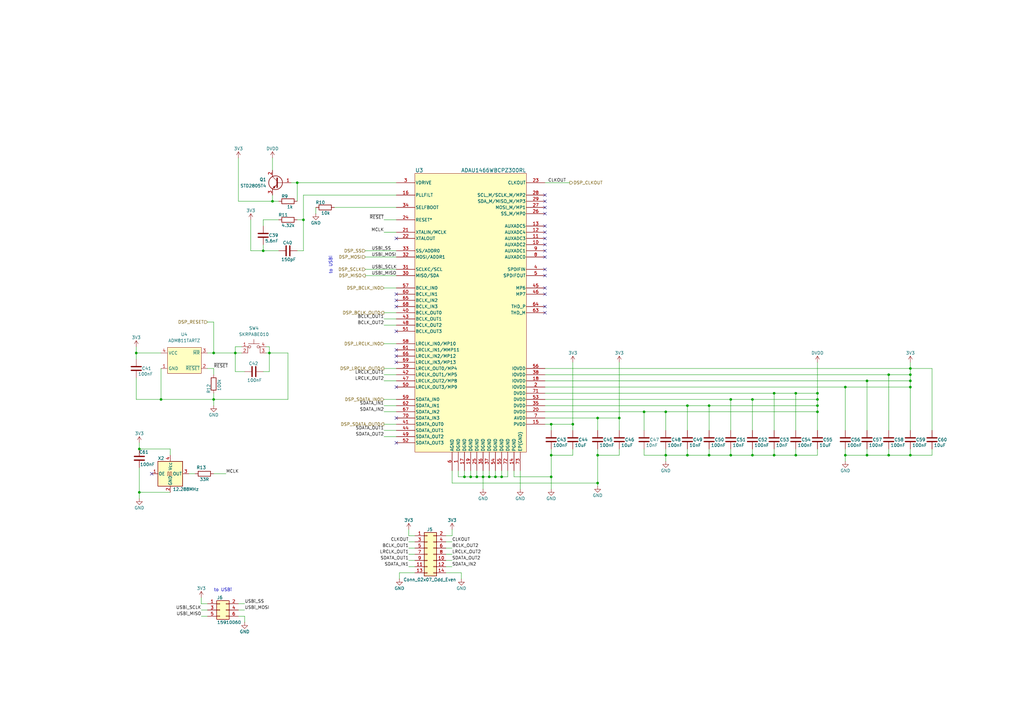
<source format=kicad_sch>
(kicad_sch (version 20250114) (generator "eeschema") (generator_version "9.0")
  (paper "A3")
  (lib_symbols
    (symbol "Connector_Generic:Conn_02x03_Odd_Even" (pin_names (offset 1.016) (hide yes))
      (property "Reference" "J" (at 1.27 5.08 0))
      (property "Value" "Conn_02x03_Odd_Even" (at 1.27 -5.08 0))
      (symbol "Conn_02x03_Odd_Even_1_1"
        (rectangle (start -1.27 3.81) (end 3.81 -3.81) (stroke (width 0.254)) (fill (type background)))
        (rectangle (start -1.27 2.667) (end 0 2.413) (stroke (width 0.1524)))
        (rectangle (start -1.27 0.127) (end 0 -0.127) (stroke (width 0.1524)))
        (rectangle (start -1.27 -2.413) (end 0 -2.667) (stroke (width 0.1524)))
        (rectangle (start 3.81 2.667) (end 2.54 2.413) (stroke (width 0.1524)))
        (rectangle (start 3.81 0.127) (end 2.54 -0.127) (stroke (width 0.1524)))
        (rectangle (start 3.81 -2.413) (end 2.54 -2.667) (stroke (width 0.1524)))
        (pin passive line (at -5.08 2.54 0) (length 3.81) (name "Pin_1") (number "1"))
        (pin passive line (at -5.08 0 0) (length 3.81) (name "Pin_3") (number "3"))
        (pin passive line (at -5.08 -2.54 0) (length 3.81) (name "Pin_5") (number "5"))
        (pin passive line (at 7.62 2.54 180) (length 3.81) (name "Pin_2") (number "2"))
        (pin passive line (at 7.62 0 180) (length 3.81) (name "Pin_4") (number "4"))
        (pin passive line (at 7.62 -2.54 180) (length 3.81) (name "Pin_6") (number "6"))
      )
    )
    (symbol "Connector_Generic:Conn_02x07_Odd_Even" (pin_names (offset 1.016) (hide yes))
      (property "Reference" "J" (at 1.27 10.16 0))
      (property "Value" "Conn_02x07_Odd_Even" (at 1.27 -10.16 0))
      (symbol "Conn_02x07_Odd_Even_1_1"
        (rectangle (start -1.27 8.89) (end 3.81 -8.89) (stroke (width 0.254)) (fill (type background)))
        (rectangle (start -1.27 7.747) (end 0 7.493) (stroke (width 0.1524)))
        (rectangle (start -1.27 5.207) (end 0 4.953) (stroke (width 0.1524)))
        (rectangle (start -1.27 2.667) (end 0 2.413) (stroke (width 0.1524)))
        (rectangle (start -1.27 0.127) (end 0 -0.127) (stroke (width 0.1524)))
        (rectangle (start -1.27 -2.413) (end 0 -2.667) (stroke (width 0.1524)))
        (rectangle (start -1.27 -4.953) (end 0 -5.207) (stroke (width 0.1524)))
        (rectangle (start -1.27 -7.493) (end 0 -7.747) (stroke (width 0.1524)))
        (rectangle (start 3.81 7.747) (end 2.54 7.493) (stroke (width 0.1524)))
        (rectangle (start 3.81 5.207) (end 2.54 4.953) (stroke (width 0.1524)))
        (rectangle (start 3.81 2.667) (end 2.54 2.413) (stroke (width 0.1524)))
        (rectangle (start 3.81 0.127) (end 2.54 -0.127) (stroke (width 0.1524)))
        (rectangle (start 3.81 -2.413) (end 2.54 -2.667) (stroke (width 0.1524)))
        (rectangle (start 3.81 -4.953) (end 2.54 -5.207) (stroke (width 0.1524)))
        (rectangle (start 3.81 -7.493) (end 2.54 -7.747) (stroke (width 0.1524)))
        (pin passive line (at -5.08 7.62 0) (length 3.81) (name "Pin_1") (number "1"))
        (pin passive line (at -5.08 5.08 0) (length 3.81) (name "Pin_3") (number "3"))
        (pin passive line (at -5.08 2.54 0) (length 3.81) (name "Pin_5") (number "5"))
        (pin passive line (at -5.08 0 0) (length 3.81) (name "Pin_7") (number "7"))
        (pin passive line (at -5.08 -2.54 0) (length 3.81) (name "Pin_9") (number "9"))
        (pin passive line (at -5.08 -5.08 0) (length 3.81) (name "Pin_11") (number "11"))
        (pin passive line (at -5.08 -7.62 0) (length 3.81) (name "Pin_13") (number "13"))
        (pin passive line (at 7.62 7.62 180) (length 3.81) (name "Pin_2") (number "2"))
        (pin passive line (at 7.62 5.08 180) (length 3.81) (name "Pin_4") (number "4"))
        (pin passive line (at 7.62 2.54 180) (length 3.81) (name "Pin_6") (number "6"))
        (pin passive line (at 7.62 0 180) (length 3.81) (name "Pin_8") (number "8"))
        (pin passive line (at 7.62 -2.54 180) (length 3.81) (name "Pin_10") (number "10"))
        (pin passive line (at 7.62 -5.08 180) (length 3.81) (name "Pin_12") (number "12"))
        (pin passive line (at 7.62 -7.62 180) (length 3.81) (name "Pin_14") (number "14"))
      )
    )
    (symbol "Device:C" (pin_numbers (hide yes)) (pin_names (offset 0.254))
      (property "Reference" "C" (at 0.635 2.54 0))
      (property "Value" "C" (at 0.635 -2.54 0))
      (symbol "C_0_1"
        (polyline (pts (xy -2.032 0.762) (xy 2.032 0.762)) (stroke (width 0.508)))
        (polyline (pts (xy -2.032 -0.762) (xy 2.032 -0.762)) (stroke (width 0.508)))
      )
      (symbol "C_1_1"
        (pin passive line (at 0 3.81 270) (length 2.794) (name "~") (number "1"))
        (pin passive line (at 0 -3.81 90) (length 2.794) (name "~") (number "2"))
      )
    )
    (symbol "Device:R" (pin_numbers (hide yes)) (pin_names (offset 0))
      (property "Reference" "R" (at 2.032 0 90))
      (property "Value" "R" (at 0 0 90))
      (symbol "R_0_1"
        (rectangle (start -1.016 -2.54) (end 1.016 2.54) (stroke (width 0.254)))
      )
      (symbol "R_1_1"
        (pin passive line (at 0 3.81 270) (length 1.27) (name "~") (number "1"))
        (pin passive line (at 0 -3.81 90) (length 1.27) (name "~") (number "2"))
      )
    )
    (symbol "My_Parts:ADAU1466WBCPZ300RL" (pin_names (offset 0.254))
      (property "Reference" "U" (at -23.114 66.294 0))
      (property "Value" "ADAU1466WBCPZ300RL" (at 8.128 66.548 0))
      (symbol "ADAU1466WBCPZ300RL_0_1"
        (pin unspecified line (at -31.75 25.4 0) (length 7.62) (name "SCLKC/SCL") (number "31"))
      )
      (symbol "ADAU1466WBCPZ300RL_1_1"
        (rectangle (start -24.13 64.77) (end 21.59 -49.53) (fill (type background)))
        (pin passive line (at -31.75 60.96 0) (length 7.62) (name "VDRIVE") (number "3"))
        (pin passive line (at -31.75 55.88 0) (length 7.62) (name "PLLFILT") (number "16"))
        (pin input line (at -31.75 50.8 0) (length 7.62) (name "SELFBOOT") (number "34"))
        (pin input line (at -31.75 45.72 0) (length 7.62) (name "RESET*") (number "24"))
        (pin input line (at -31.75 40.64 0) (length 7.62) (name "XTALIN/MCLK") (number "21"))
        (pin output line (at -31.75 38.1 0) (length 7.62) (name "XTALOUT") (number "22"))
        (pin input line (at -31.75 33.02 0) (length 7.62) (name "SS/ADDR0") (number "33"))
        (pin input line (at -31.75 30.48 0) (length 7.62) (name "MOSI/ADDR1") (number "32"))
        (pin bidirectional line (at -31.75 22.86 0) (length 7.62) (name "MISO/SDA") (number "30"))
        (pin input line (at -31.75 17.78 0) (length 7.62) (name "BCLK_IN0") (number "57"))
        (pin input line (at -31.75 15.24 0) (length 7.62) (name "BCLK_IN1") (number "60"))
        (pin input line (at -31.75 12.7 0) (length 7.62) (name "BCLK_IN2") (number "65"))
        (pin input line (at -31.75 10.16 0) (length 7.62) (name "BCLK_IN3") (number "68"))
        (pin output line (at -31.75 7.62 0) (length 7.62) (name "BCLK_OUT0") (number "40"))
        (pin output line (at -31.75 5.08 0) (length 7.62) (name "BCLK_OUT1") (number "43"))
        (pin output line (at -31.75 2.54 0) (length 7.62) (name "BCLK_OUT2") (number "48"))
        (pin output line (at -31.75 0 0) (length 7.62) (name "BCLK_OUT3") (number "51"))
        (pin input line (at -31.75 -5.08 0) (length 7.62) (name "LRCLK_IN0/MP10") (number "58"))
        (pin input line (at -31.75 -7.62 0) (length 7.62) (name "LRCLK_IN1/MMP11") (number "61"))
        (pin input line (at -31.75 -10.16 0) (length 7.62) (name "LRCLK_IN2/MP12") (number "66"))
        (pin input line (at -31.75 -12.7 0) (length 7.62) (name "LRCLK_IN3/MP13") (number "69"))
        (pin output line (at -31.75 -15.24 0) (length 7.62) (name "LRCLK_OUT0/MP4") (number "39"))
        (pin output line (at -31.75 -17.78 0) (length 7.62) (name "LRCLK_OUT1/MP5") (number "42"))
        (pin output line (at -31.75 -20.32 0) (length 7.62) (name "LRCLK_OUT2/MP8") (number "47"))
        (pin output line (at -31.75 -22.86 0) (length 7.62) (name "LRCLK_OUT3/MP9") (number "50"))
        (pin input line (at -31.75 -27.94 0) (length 7.62) (name "SDATA_IN0") (number "59"))
        (pin input line (at -31.75 -30.48 0) (length 7.62) (name "SDATA_IN1") (number "62"))
        (pin input line (at -31.75 -33.02 0) (length 7.62) (name "SDATA_IN2") (number "67"))
        (pin input line (at -31.75 -35.56 0) (length 7.62) (name "SDATA_IN3") (number "70"))
        (pin output line (at -31.75 -38.1 0) (length 7.62) (name "SDATA_OUT0") (number "41"))
        (pin output line (at -31.75 -40.64 0) (length 7.62) (name "SDATA_OUT1") (number "44"))
        (pin output line (at -31.75 -43.18 0) (length 7.62) (name "SDATA_OUT2") (number "49"))
        (pin output line (at -31.75 -45.72 0) (length 7.62) (name "SDATA_OUT3") (number "52"))
        (pin passive line (at -8.89 -57.15 90) (length 7.62) (name "AGND") (number "6"))
        (pin passive line (at -6.35 -57.15 90) (length 7.62) (name "DGND") (number "1"))
        (pin passive line (at -3.81 -57.15 90) (length 7.62) (name "DGND") (number "17"))
        (pin passive line (at -1.27 -57.15 90) (length 7.62) (name "DGND") (number "19"))
        (pin passive line (at 1.27 -57.15 90) (length 7.62) (name "DGND") (number "25"))
        (pin passive line (at 3.81 -57.15 90) (length 7.62) (name "DGND") (number "36"))
        (pin passive line (at 6.35 -57.15 90) (length 7.62) (name "DGND") (number "37"))
        (pin passive line (at 8.89 -57.15 90) (length 7.62) (name "DGND") (number "54"))
        (pin passive line (at 11.43 -57.15 90) (length 7.62) (name "DGND") (number "55"))
        (pin passive line (at 13.97 -57.15 90) (length 7.62) (name "DGND") (number "72"))
        (pin passive line (at 16.51 -57.15 90) (length 7.62) (name "PGND") (number "14"))
        (pin passive line (at 19.05 -57.15 90) (length 7.62) (name "EP(GND)") (number "73"))
        (pin output line (at 29.21 60.96 180) (length 7.62) (name "CLKOUT") (number "23"))
        (pin output line (at 29.21 55.88 180) (length 7.62) (name "SCL_M/SCLK_M/MP2") (number "28"))
        (pin bidirectional line (at 29.21 53.34 180) (length 7.62) (name "SDA_M/MISO_M/MP3") (number "29"))
        (pin bidirectional line (at 29.21 50.8 180) (length 7.62) (name "MOSI_M/MP1") (number "27"))
        (pin bidirectional line (at 29.21 48.26 180) (length 7.62) (name "SS_M/MP0") (number "26"))
        (pin input line (at 29.21 43.18 180) (length 7.62) (name "AUXADC5") (number "13"))
        (pin input line (at 29.21 40.64 180) (length 7.62) (name "AUXADC4") (number "12"))
        (pin input line (at 29.21 38.1 180) (length 7.62) (name "AUXADC3") (number "11"))
        (pin input line (at 29.21 35.56 180) (length 7.62) (name "AUXADC2") (number "10"))
        (pin input line (at 29.21 33.02 180) (length 7.62) (name "AUXADC1") (number "9"))
        (pin input line (at 29.21 30.48 180) (length 7.62) (name "AUXADC0") (number "8"))
        (pin input line (at 29.21 25.4 180) (length 7.62) (name "SPDIFIN") (number "4"))
        (pin output line (at 29.21 22.86 180) (length 7.62) (name "SPDIFOUT") (number "5"))
        (pin bidirectional line (at 29.21 17.78 180) (length 7.62) (name "MP6") (number "45"))
        (pin bidirectional line (at 29.21 15.24 180) (length 7.62) (name "MP7") (number "46"))
        (pin input line (at 29.21 10.16 180) (length 7.62) (name "THD_P") (number "64"))
        (pin input line (at 29.21 7.62 180) (length 7.62) (name "THD_M") (number "63"))
        (pin power_in line (at 29.21 -15.24 180) (length 7.62) (name "IOVDD") (number "56"))
        (pin power_in line (at 29.21 -17.78 180) (length 7.62) (name "IOVDD") (number "38"))
        (pin power_in line (at 29.21 -20.32 180) (length 7.62) (name "IOVDD") (number "18"))
        (pin power_in line (at 29.21 -22.86 180) (length 7.62) (name "IOVDD") (number "2"))
        (pin power_in line (at 29.21 -25.4 180) (length 7.62) (name "DVDD") (number "71"))
        (pin power_in line (at 29.21 -27.94 180) (length 7.62) (name "DVDD") (number "53"))
        (pin power_in line (at 29.21 -30.48 180) (length 7.62) (name "DVDD") (number "35"))
        (pin power_in line (at 29.21 -33.02 180) (length 7.62) (name "DVDD") (number "20"))
        (pin power_in line (at 29.21 -35.56 180) (length 7.62) (name "AVDD") (number "7"))
        (pin power_in line (at 29.21 -38.1 180) (length 7.62) (name "PVDD") (number "15"))
      )
    )
    (symbol "My_Parts:ADM811"
      (property "Reference" "U" (at -6.858 5.842 0))
      (property "Value" "ADM811TARTZ" (at -0.508 -6.858 0))
      (symbol "ADM811_1_1"
        (rectangle (start -7.493 4.826) (end 6.35 -5.842) (fill (type background)))
        (pin power_in line (at -10.16 2.54 0) (length 2.54) (name "VCC") (number "4"))
        (pin passive line (at -10.16 -3.81 0) (length 2.54) (name "GND") (number "1"))
        (pin input line (at 8.89 2.54 180) (length 2.54) (name "~{MR}") (number "3"))
        (pin output line (at 8.89 -3.81 180) (length 2.54) (name "~{RESET}") (number "2"))
      )
    )
    (symbol "Oscillator:SG-8002CE" (pin_names (offset 0.254))
      (property "Reference" "X1" (at -3.81 6.35 0))
      (property "Value" "SG-310SCF" (at 6.35 -6.35 0))
      (symbol "SG-8002CE_0_1"
        (rectangle (start -5.08 5.08) (end 5.08 -5.08) (stroke (width 0.254)) (fill (type background)))
        (polyline (pts (xy -1.27 -0.762) (xy -1.016 -0.762) (xy -1.016 0.762) (xy -0.508 0.762) (xy -0.508 -0.762) (xy 0 -0.762) (xy 0 0.762) (xy 0.508 0.762) (xy 0.508 -0.762) (xy 0.762 -0.762)))
      )
      (symbol "SG-8002CE_1_1"
        (pin input line (at -7.62 0 0) (length 2.54) (name "OE") (number "1"))
        (pin power_in line (at 0 7.62 270) (length 2.54) (name "Vcc") (number "4"))
        (pin passive line (at 0 -7.62 90) (length 2.54) (name "GND") (number "2"))
        (pin output line (at 7.62 0 180) (length 2.54) (name "OUT") (number "3"))
      )
    )
    (symbol "Switch:SW_MEC_5E" (pin_names (offset 1.016) (hide yes))
      (property "Reference" "SW" (at 0.635 5.715 0))
      (property "Value" "SW_MEC_5E" (at 0 -3.175 0))
      (symbol "SW_MEC_5E_0_1"
        (polyline (pts (xy -2.54 0) (xy -2.54 2.54) (xy -2.286 2.54)))
        (polyline (pts (xy -2.286 3.81) (xy 2.286 3.81)))
        (circle (center -1.778 2.54) (radius 0.508))
        (polyline (pts (xy 0 3.81) (xy 0 5.588)))
        (circle (center 1.778 2.54) (radius 0.508))
        (polyline (pts (xy 2.54 0) (xy 2.54 2.54) (xy 2.286 2.54)))
        (pin passive line (at -5.08 2.54 0) (length 2.54) (name "1") (number "1"))
        (pin passive line (at -5.08 0 0) (length 2.54) (name "2") (number "2"))
        (pin passive line (at 5.08 2.54 180) (length 2.54) (name "A") (number "4"))
        (pin passive line (at 5.08 0 180) (length 2.54) (name "K") (number "3"))
      )
    )
    (symbol "Transistor_BJT:Q_PNP_BCE" (pin_names (offset 0) (hide yes))
      (property "Reference" "Q" (at 5.08 1.27 0))
      (property "Value" "Q_PNP_BCE" (at 5.08 -1.27 0))
      (symbol "Q_PNP_BCE_0_1"
        (polyline (pts (xy -2.54 0) (xy 0.635 0)))
        (polyline (pts (xy 0.635 1.905) (xy 0.635 -1.905)) (stroke (width 0.508)))
        (polyline (pts (xy 0.635 0.635) (xy 2.54 2.54)))
        (polyline (pts (xy 0.635 -0.635) (xy 2.54 -2.54)))
        (circle (center 1.27 0) (radius 2.8194) (stroke (width 0.254)))
        (polyline (pts (xy 2.286 -1.778) (xy 1.778 -2.286) (xy 1.27 -1.27) (xy 2.286 -1.778)) (fill (type outline)))
      )
      (symbol "Q_PNP_BCE_1_1"
        (pin input line (at -5.08 0 0) (length 2.54) (name "B") (number "1"))
        (pin passive line (at 2.54 5.08 270) (length 2.54) (name "C") (number "2"))
        (pin passive line (at 2.54 -5.08 90) (length 2.54) (name "E") (number "3"))
      )
    )
    (symbol "power:GND" (power) (pin_numbers (hide yes)) (pin_names (offset 0) (hide yes))
      (property "Value" "GND" (at 0 -3.81 0))
      (symbol "GND_0_1"
        (polyline (pts (xy 0 0) (xy 0 -1.27) (xy 1.27 -1.27) (xy 0 -2.54) (xy -1.27 -1.27) (xy 0 -1.27)))
      )
      (symbol "GND_1_1"
        (pin power_in line (at 0 0 270) (length 0) (name "~") (number "1"))
      )
    )
    (symbol "power:VCC" (power) (pin_names (offset 0))
      (property "Value" "VCC" (at 0 3.81 0))
      (symbol "VCC_0_1"
        (polyline (pts (xy -0.762 1.27) (xy 0 2.54)))
        (polyline (pts (xy 0 2.54) (xy 0.762 1.27)))
        (polyline (pts (xy 0 0) (xy 0 2.54)))
      )
      (symbol "VCC_1_1"
        (pin power_in line (at 0 0 90) (length 0) (hide yes) (name "VCC") (number "1"))
      )
    )
  )
  (text "to USBi" (at 135.636 108.712 90) (effects (font (size 1.27 1.27))))
  (text "to USBi" (at 91.44 242.062 0) (effects (font (size 1.27 1.27))))
  (junction (at 66.04 163.83))
  (junction (at 200.66 195.58))
  (junction (at 195.58 195.58))
  (junction (at 326.39 161.29))
  (junction (at 198.12 195.58))
  (junction (at 299.72 186.69))
  (junction (at 273.05 186.69))
  (junction (at 373.38 158.75))
  (junction (at 346.71 186.69))
  (junction (at 245.11 171.45))
  (junction (at 308.61 163.83))
  (junction (at 234.95 173.99))
  (junction (at 373.38 186.69))
  (junction (at 205.74 195.58))
  (junction (at 96.52 144.78))
  (junction (at 111.76 82.55))
  (junction (at 364.49 186.69))
  (junction (at 281.94 186.69))
  (junction (at 335.28 163.83))
  (junction (at 264.16 168.91))
  (junction (at 326.39 186.69))
  (junction (at 87.63 144.78))
  (junction (at 317.5 186.69))
  (junction (at 226.06 195.58))
  (junction (at 355.6 186.69))
  (junction (at 346.71 158.75))
  (junction (at 55.88 144.78))
  (junction (at 57.15 201.93))
  (junction (at 308.61 186.69))
  (junction (at 226.06 186.69))
  (junction (at 373.38 151.13))
  (junction (at 190.5 195.58))
  (junction (at 107.95 102.87))
  (junction (at 193.04 195.58))
  (junction (at 124.46 90.17))
  (junction (at 203.2 195.58))
  (junction (at 87.63 163.83))
  (junction (at 57.15 184.15))
  (junction (at 245.11 198.12))
  (junction (at 335.28 166.37))
  (junction (at 355.6 156.21))
  (junction (at 299.72 163.83))
  (junction (at 373.38 156.21))
  (junction (at 121.92 74.93))
  (junction (at 317.5 161.29))
  (junction (at 254 171.45))
  (junction (at 290.83 166.37))
  (junction (at 335.28 168.91))
  (junction (at 281.94 166.37))
  (junction (at 335.28 161.29))
  (junction (at 110.49 144.78))
  (junction (at 373.38 153.67))
  (junction (at 364.49 153.67))
  (junction (at 290.83 186.69))
  (junction (at 245.11 186.69))
  (junction (at 226.06 173.99))
  (junction (at 273.05 168.91))
  (no_connect (at 162.56 143.51))
  (no_connect (at 223.52 113.03))
  (no_connect (at 223.52 102.87))
  (no_connect (at 223.52 100.33))
  (no_connect (at 223.52 128.27))
  (no_connect (at 162.56 146.05))
  (no_connect (at 223.52 92.71))
  (no_connect (at 223.52 87.63))
  (no_connect (at 223.52 118.11))
  (no_connect (at 162.56 181.61))
  (no_connect (at 223.52 97.79))
  (no_connect (at 162.56 158.75))
  (no_connect (at 223.52 125.73))
  (no_connect (at 162.56 135.89))
  (no_connect (at 162.56 148.59))
  (no_connect (at 223.52 82.55))
  (no_connect (at 162.56 97.79))
  (no_connect (at 223.52 85.09))
  (no_connect (at 162.56 123.19))
  (no_connect (at 162.56 171.45))
  (no_connect (at 223.52 80.01))
  (no_connect (at 62.23 194.31))
  (no_connect (at 223.52 110.49))
  (no_connect (at 223.52 105.41))
  (no_connect (at 162.56 120.65))
  (no_connect (at 162.56 125.73))
  (no_connect (at 223.52 120.65))
  (no_connect (at 223.52 95.25))
  (wire (pts (xy 157.48 166.37) (xy 162.56 166.37)))
  (wire (pts (xy 223.52 161.29) (xy 317.5 161.29)))
  (wire (pts (xy 245.11 186.69) (xy 245.11 198.12)))
  (wire (pts (xy 346.71 158.75) (xy 373.38 158.75)))
  (wire (pts (xy 355.6 156.21) (xy 355.6 176.53)))
  (wire (pts (xy 193.04 195.58) (xy 190.5 195.58)))
  (wire (pts (xy 114.3 82.55) (xy 111.76 82.55)))
  (wire (pts (xy 223.52 173.99) (xy 226.06 173.99)))
  (wire (pts (xy 107.95 152.4) (xy 110.49 152.4)))
  (wire (pts (xy 223.52 158.75) (xy 346.71 158.75)))
  (wire (pts (xy 208.28 195.58) (xy 205.74 195.58)))
  (wire (pts (xy 254 176.53) (xy 254 171.45)))
  (wire (pts (xy 111.76 82.55) (xy 97.79 82.55)))
  (wire (pts (xy 57.15 191.77) (xy 57.15 201.93)))
  (wire (pts (xy 203.2 195.58) (xy 200.66 195.58)))
  (wire (pts (xy 96.52 152.4) (xy 96.52 144.78)))
  (wire (pts (xy 77.47 194.31) (xy 80.01 194.31)))
  (wire (pts (xy 157.48 153.67) (xy 162.56 153.67)))
  (wire (pts (xy 213.36 193.04) (xy 213.36 200.66)))
  (wire (pts (xy 157.48 156.21) (xy 162.56 156.21)))
  (wire (pts (xy 149.86 110.49) (xy 162.56 110.49)))
  (wire (pts (xy 149.86 102.87) (xy 162.56 102.87)))
  (wire (pts (xy 110.49 144.78) (xy 109.22 144.78)))
  (wire (pts (xy 308.61 186.69) (xy 317.5 186.69)))
  (wire (pts (xy 335.28 161.29) (xy 335.28 163.83)))
  (wire (pts (xy 317.5 184.15) (xy 317.5 186.69)))
  (wire (pts (xy 110.49 142.24) (xy 110.49 144.78)))
  (wire (pts (xy 299.72 184.15) (xy 299.72 186.69)))
  (wire (pts (xy 226.06 186.69) (xy 226.06 195.58)))
  (wire (pts (xy 121.92 74.93) (xy 162.56 74.93)))
  (wire (pts (xy 373.38 153.67) (xy 373.38 156.21)))
  (wire (pts (xy 162.56 80.01) (xy 124.46 80.01)))
  (wire (pts (xy 245.11 171.45) (xy 254 171.45)))
  (wire (pts (xy 85.09 247.65) (xy 82.55 247.65)))
  (wire (pts (xy 234.95 176.53) (xy 234.95 173.99)))
  (wire (pts (xy 92.71 194.31) (xy 87.63 194.31)))
  (wire (pts (xy 118.11 163.83) (xy 87.63 163.83)))
  (wire (pts (xy 111.76 82.55) (xy 111.76 80.01)))
  (wire (pts (xy 364.49 153.67) (xy 373.38 153.67)))
  (wire (pts (xy 290.83 166.37) (xy 335.28 166.37)))
  (wire (pts (xy 157.48 118.11) (xy 162.56 118.11)))
  (wire (pts (xy 233.68 74.93) (xy 223.52 74.93)))
  (wire (pts (xy 157.48 130.81) (xy 162.56 130.81)))
  (wire (pts (xy 109.22 142.24) (xy 110.49 142.24)))
  (wire (pts (xy 200.66 195.58) (xy 198.12 195.58)))
  (wire (pts (xy 210.82 193.04) (xy 210.82 195.58)))
  (wire (pts (xy 382.27 151.13) (xy 373.38 151.13)))
  (wire (pts (xy 157.48 133.35) (xy 162.56 133.35)))
  (wire (pts (xy 100.33 247.65) (xy 97.79 247.65)))
  (wire (pts (xy 193.04 193.04) (xy 193.04 195.58)))
  (wire (pts (xy 326.39 161.29) (xy 317.5 161.29)))
  (wire (pts (xy 82.55 250.19) (xy 85.09 250.19)))
  (wire (pts (xy 182.88 234.95) (xy 189.23 234.95)))
  (wire (pts (xy 223.52 153.67) (xy 364.49 153.67)))
  (wire (pts (xy 234.95 173.99) (xy 226.06 173.99)))
  (wire (pts (xy 157.48 173.99) (xy 162.56 173.99)))
  (wire (pts (xy 100.33 252.73) (xy 100.33 255.27)))
  (wire (pts (xy 167.64 227.33) (xy 170.18 227.33)))
  (wire (pts (xy 373.38 186.69) (xy 364.49 186.69)))
  (wire (pts (xy 57.15 184.15) (xy 69.85 184.15)))
  (wire (pts (xy 198.12 195.58) (xy 198.12 200.66)))
  (wire (pts (xy 223.52 156.21) (xy 355.6 156.21)))
  (wire (pts (xy 226.06 195.58) (xy 226.06 200.66)))
  (wire (pts (xy 205.74 193.04) (xy 205.74 195.58)))
  (wire (pts (xy 355.6 186.69) (xy 346.71 186.69)))
  (wire (pts (xy 167.64 232.41) (xy 170.18 232.41)))
  (wire (pts (xy 273.05 184.15) (xy 273.05 186.69)))
  (wire (pts (xy 170.18 234.95) (xy 163.83 234.95)))
  (wire (pts (xy 124.46 102.87) (xy 124.46 90.17)))
  (wire (pts (xy 208.28 193.04) (xy 208.28 195.58)))
  (wire (pts (xy 373.38 151.13) (xy 373.38 153.67)))
  (wire (pts (xy 195.58 193.04) (xy 195.58 195.58)))
  (wire (pts (xy 198.12 195.58) (xy 195.58 195.58)))
  (wire (pts (xy 55.88 163.83) (xy 66.04 163.83)))
  (wire (pts (xy 335.28 148.59) (xy 335.28 161.29)))
  (wire (pts (xy 226.06 173.99) (xy 226.06 176.53)))
  (wire (pts (xy 167.64 224.79) (xy 170.18 224.79)))
  (wire (pts (xy 157.48 151.13) (xy 162.56 151.13)))
  (wire (pts (xy 119.38 74.93) (xy 121.92 74.93)))
  (wire (pts (xy 200.66 193.04) (xy 200.66 195.58)))
  (wire (pts (xy 326.39 161.29) (xy 326.39 176.53)))
  (wire (pts (xy 55.88 154.94) (xy 55.88 163.83)))
  (wire (pts (xy 223.52 168.91) (xy 264.16 168.91)))
  (wire (pts (xy 114.3 102.87) (xy 107.95 102.87)))
  (wire (pts (xy 254 186.69) (xy 245.11 186.69)))
  (wire (pts (xy 97.79 64.77) (xy 97.79 82.55)))
  (wire (pts (xy 264.16 184.15) (xy 264.16 186.69)))
  (wire (pts (xy 157.48 95.25) (xy 162.56 95.25)))
  (wire (pts (xy 373.38 148.59) (xy 373.38 151.13)))
  (wire (pts (xy 100.33 250.19) (xy 97.79 250.19)))
  (wire (pts (xy 373.38 156.21) (xy 373.38 158.75)))
  (wire (pts (xy 82.55 252.73) (xy 85.09 252.73)))
  (wire (pts (xy 149.86 113.03) (xy 162.56 113.03)))
  (wire (pts (xy 157.48 179.07) (xy 162.56 179.07)))
  (wire (pts (xy 163.83 234.95) (xy 163.83 237.49)))
  (wire (pts (xy 66.04 151.13) (xy 66.04 163.83)))
  (wire (pts (xy 205.74 195.58) (xy 203.2 195.58)))
  (wire (pts (xy 203.2 193.04) (xy 203.2 195.58)))
  (wire (pts (xy 100.33 152.4) (xy 96.52 152.4)))
  (wire (pts (xy 185.42 229.87) (xy 182.88 229.87)))
  (wire (pts (xy 223.52 163.83) (xy 299.72 163.83)))
  (wire (pts (xy 254 184.15) (xy 254 186.69)))
  (wire (pts (xy 273.05 186.69) (xy 264.16 186.69)))
  (wire (pts (xy 317.5 186.69) (xy 326.39 186.69)))
  (wire (pts (xy 273.05 168.91) (xy 335.28 168.91)))
  (wire (pts (xy 346.71 186.69) (xy 346.71 189.23)))
  (wire (pts (xy 157.48 90.17) (xy 162.56 90.17)))
  (wire (pts (xy 234.95 148.59) (xy 234.95 173.99)))
  (wire (pts (xy 364.49 153.67) (xy 364.49 176.53)))
  (wire (pts (xy 118.11 144.78) (xy 110.49 144.78)))
  (wire (pts (xy 281.94 166.37) (xy 281.94 176.53)))
  (wire (pts (xy 99.06 142.24) (xy 96.52 142.24)))
  (wire (pts (xy 308.61 163.83) (xy 299.72 163.83)))
  (wire (pts (xy 87.63 161.29) (xy 87.63 163.83)))
  (wire (pts (xy 364.49 184.15) (xy 364.49 186.69)))
  (wire (pts (xy 245.11 198.12) (xy 245.11 199.39)))
  (wire (pts (xy 111.76 64.77) (xy 111.76 69.85)))
  (wire (pts (xy 66.04 144.78) (xy 55.88 144.78)))
  (wire (pts (xy 87.63 144.78) (xy 96.52 144.78)))
  (wire (pts (xy 185.42 224.79) (xy 182.88 224.79)))
  (wire (pts (xy 185.42 232.41) (xy 182.88 232.41)))
  (wire (pts (xy 245.11 171.45) (xy 245.11 176.53)))
  (wire (pts (xy 281.94 186.69) (xy 290.83 186.69)))
  (wire (pts (xy 57.15 201.93) (xy 69.85 201.93)))
  (wire (pts (xy 326.39 161.29) (xy 335.28 161.29)))
  (wire (pts (xy 170.18 219.71) (xy 167.64 219.71)))
  (wire (pts (xy 85.09 151.13) (xy 87.63 151.13)))
  (wire (pts (xy 335.28 166.37) (xy 335.28 168.91)))
  (wire (pts (xy 290.83 184.15) (xy 290.83 186.69)))
  (wire (pts (xy 290.83 186.69) (xy 299.72 186.69)))
  (wire (pts (xy 281.94 184.15) (xy 281.94 186.69)))
  (wire (pts (xy 245.11 184.15) (xy 245.11 186.69)))
  (wire (pts (xy 254 148.59) (xy 254 171.45)))
  (wire (pts (xy 290.83 176.53) (xy 290.83 166.37)))
  (wire (pts (xy 157.48 168.91) (xy 162.56 168.91)))
  (wire (pts (xy 87.63 144.78) (xy 87.63 132.08)))
  (wire (pts (xy 157.48 140.97) (xy 162.56 140.97)))
  (wire (pts (xy 299.72 186.69) (xy 308.61 186.69)))
  (wire (pts (xy 190.5 195.58) (xy 187.96 195.58)))
  (wire (pts (xy 96.52 144.78) (xy 99.06 144.78)))
  (wire (pts (xy 382.27 186.69) (xy 373.38 186.69)))
  (wire (pts (xy 308.61 163.83) (xy 308.61 176.53)))
  (wire (pts (xy 335.28 184.15) (xy 335.28 186.69)))
  (wire (pts (xy 97.79 252.73) (xy 100.33 252.73)))
  (wire (pts (xy 107.95 102.87) (xy 107.95 100.33)))
  (wire (pts (xy 69.85 184.15) (xy 69.85 186.69)))
  (wire (pts (xy 96.52 142.24) (xy 96.52 144.78)))
  (wire (pts (xy 273.05 186.69) (xy 281.94 186.69)))
  (wire (pts (xy 373.38 184.15) (xy 373.38 186.69)))
  (wire (pts (xy 290.83 166.37) (xy 281.94 166.37)))
  (wire (pts (xy 226.06 184.15) (xy 226.06 186.69)))
  (wire (pts (xy 121.92 102.87) (xy 124.46 102.87)))
  (wire (pts (xy 157.48 176.53) (xy 162.56 176.53)))
  (wire (pts (xy 273.05 168.91) (xy 264.16 168.91)))
  (wire (pts (xy 157.48 128.27) (xy 162.56 128.27)))
  (wire (pts (xy 346.71 184.15) (xy 346.71 186.69)))
  (wire (pts (xy 185.42 219.71) (xy 185.42 217.17)))
  (wire (pts (xy 87.63 163.83) (xy 87.63 166.37)))
  (wire (pts (xy 82.55 247.65) (xy 82.55 245.11)))
  (wire (pts (xy 129.54 85.09) (xy 129.54 87.63)))
  (wire (pts (xy 137.16 85.09) (xy 162.56 85.09)))
  (wire (pts (xy 223.52 151.13) (xy 373.38 151.13)))
  (wire (pts (xy 245.11 198.12) (xy 185.42 198.12)))
  (wire (pts (xy 87.63 151.13) (xy 87.63 153.67)))
  (wire (pts (xy 308.61 163.83) (xy 335.28 163.83)))
  (wire (pts (xy 102.87 90.17) (xy 102.87 102.87)))
  (wire (pts (xy 189.23 234.95) (xy 189.23 237.49)))
  (wire (pts (xy 102.87 102.87) (xy 107.95 102.87)))
  (wire (pts (xy 185.42 198.12) (xy 185.42 193.04)))
  (wire (pts (xy 234.95 184.15) (xy 234.95 186.69)))
  (wire (pts (xy 182.88 219.71) (xy 185.42 219.71)))
  (wire (pts (xy 299.72 163.83) (xy 299.72 176.53)))
  (wire (pts (xy 195.58 195.58) (xy 193.04 195.58)))
  (wire (pts (xy 317.5 161.29) (xy 317.5 176.53)))
  (wire (pts (xy 167.64 219.71) (xy 167.64 217.17)))
  (wire (pts (xy 308.61 184.15) (xy 308.61 186.69)))
  (wire (pts (xy 55.88 144.78) (xy 55.88 147.32)))
  (wire (pts (xy 364.49 186.69) (xy 355.6 186.69)))
  (wire (pts (xy 326.39 186.69) (xy 335.28 186.69)))
  (wire (pts (xy 355.6 184.15) (xy 355.6 186.69)))
  (wire (pts (xy 167.64 229.87) (xy 170.18 229.87)))
  (wire (pts (xy 114.3 90.17) (xy 107.95 90.17)))
  (wire (pts (xy 187.96 193.04) (xy 187.96 195.58)))
  (wire (pts (xy 234.95 186.69) (xy 226.06 186.69)))
  (wire (pts (xy 66.04 163.83) (xy 87.63 163.83)))
  (wire (pts (xy 85.09 144.78) (xy 87.63 144.78)))
  (wire (pts (xy 373.38 158.75) (xy 373.38 176.53)))
  (wire (pts (xy 223.52 171.45) (xy 245.11 171.45)))
  (wire (pts (xy 118.11 144.78) (xy 118.11 163.83)))
  (wire (pts (xy 157.48 163.83) (xy 162.56 163.83)))
  (wire (pts (xy 264.16 168.91) (xy 264.16 176.53)))
  (wire (pts (xy 57.15 201.93) (xy 57.15 204.47)))
  (wire (pts (xy 355.6 156.21) (xy 373.38 156.21)))
  (wire (pts (xy 198.12 193.04) (xy 198.12 195.58)))
  (wire (pts (xy 110.49 152.4) (xy 110.49 144.78)))
  (wire (pts (xy 167.64 222.25) (xy 170.18 222.25)))
  (wire (pts (xy 107.95 90.17) (xy 107.95 92.71)))
  (wire (pts (xy 210.82 195.58) (xy 226.06 195.58)))
  (wire (pts (xy 335.28 168.91) (xy 335.28 176.53)))
  (wire (pts (xy 223.52 166.37) (xy 281.94 166.37)))
  (wire (pts (xy 124.46 80.01) (xy 124.46 90.17)))
  (wire (pts (xy 382.27 184.15) (xy 382.27 186.69)))
  (wire (pts (xy 85.09 132.08) (xy 87.63 132.08)))
  (wire (pts (xy 124.46 90.17) (xy 121.92 90.17)))
  (wire (pts (xy 185.42 227.33) (xy 182.88 227.33)))
  (wire (pts (xy 273.05 186.69) (xy 273.05 189.23)))
  (wire (pts (xy 346.71 158.75) (xy 346.71 176.53)))
  (wire (pts (xy 55.88 142.24) (xy 55.88 144.78)))
  (wire (pts (xy 273.05 176.53) (xy 273.05 168.91)))
  (wire (pts (xy 382.27 176.53) (xy 382.27 151.13)))
  (wire (pts (xy 149.86 105.41) (xy 162.56 105.41)))
  (wire (pts (xy 326.39 184.15) (xy 326.39 186.69)))
  (wire (pts (xy 190.5 193.04) (xy 190.5 195.58)))
  (wire (pts (xy 335.28 163.83) (xy 335.28 166.37)))
  (wire (pts (xy 182.88 222.25) (xy 185.42 222.25)))
  (wire (pts (xy 121.92 74.93) (xy 121.92 82.55)))
  (wire (pts (xy 57.15 181.61) (xy 57.15 184.15)))
  (label "SDATA_OUT1" (at 167.64 229.87 180))
  (label "LRCLK_OUT2" (at 157.48 156.21 180))
  (label "USBi_SCLK" (at 82.55 250.19 180))
  (label "LRCLK_OUT2" (at 185.42 227.33 0))
  (label "~{RESET}" (at 157.48 90.17 180))
  (label "CLKOUT" (at 167.64 222.25 180))
  (label "SDATA_IN1" (at 157.48 166.37 180))
  (label "USBi_MISO" (at 82.55 252.73 180))
  (label "BCLK_OUT2" (at 185.42 224.79 0))
  (label "SDATA_IN2" (at 157.48 168.91 180))
  (label "MCLK" (at 92.71 194.31 0))
  (label "SDATA_IN1" (at 167.64 232.41 180))
  (label "LRCLK_OUT1" (at 157.48 153.67 180))
  (label "USBi_SS" (at 100.33 247.65 0))
  (label "BCLK_OUT1" (at 157.48 130.81 180))
  (label "SDATA_OUT2" (at 157.48 179.07 180))
  (label "SDATA_IN2" (at 185.42 232.41 0))
  (label "USBi_MOSI" (at 152.4 105.41 0))
  (label "USBi_MOSI" (at 100.33 250.19 0))
  (label "BCLK_OUT1" (at 167.64 224.79 180))
  (label "SDATA_OUT1" (at 157.48 176.53 180))
  (label "USBi_SCLK" (at 152.4 110.49 0))
  (label "SDATA_OUT2" (at 185.42 229.87 0))
  (label "~{RESET}" (at 87.63 151.13 0))
  (label "BCLK_OUT2" (at 157.48 133.35 180))
  (label "USBi_SS" (at 152.4 102.87 0))
  (label "CLKOUT" (at 224.79 74.93 0))
  (label "CLKOUT" (at 185.42 222.25 0))
  (label "USBi_MISO" (at 152.4 113.03 0))
  (label "LRCLK_OUT1" (at 167.64 227.33 180))
  (label "MCLK" (at 157.48 95.25 180))
  (hierarchical_label "DSP_BCLK_OUT0" (shape output) (at 157.48 128.27 180))
  (hierarchical_label "DSP_SS" (shape input) (at 149.86 102.87 180))
  (hierarchical_label "DSP_CLKOUT" (shape output) (at 233.68 74.93 0))
  (hierarchical_label "DSP_MOSI" (shape input) (at 149.86 105.41 180))
  (hierarchical_label "DSP_SCLK" (shape input) (at 149.86 110.49 180))
  (hierarchical_label "DSP_LRCLK_IN0" (shape input) (at 157.48 140.97 180))
  (hierarchical_label "DSP_BCLK_IN0" (shape input) (at 157.48 118.11 180))
  (hierarchical_label "DSP_SDATA_OUT0" (shape output) (at 157.48 173.99 180))
  (hierarchical_label "DSP_LRCLK_OUT0" (shape output) (at 157.48 151.13 180))
  (hierarchical_label "DSP_SDATA_IN0" (shape input) (at 157.48 163.83 180))
  (hierarchical_label "DSP_RESET" (shape input) (at 85.09 132.08 180))
  (hierarchical_label "DSP_MISO" (shape output) (at 149.86 113.03 180))
  (symbol (lib_id "power:GND") (at 273.05 189.23 0) (unit 1)
    (property "Reference" "#PWR061" (effects (hide yes)))
    (property "Value" "GND" (at 273.05 193.04 0))
    (property "Description" "Power symbol creates a global label with name \"GND\" , ground" (effects (hide yes)))
  )
  (symbol (lib_id "power:VCC") (at 111.76 64.77 0) (unit 1)
    (property "Reference" "#PWR051" (effects (hide yes)))
    (property "Value" "DVDD" (at 111.76 60.96 0))
  )
  (symbol (lib_id "Connector_Generic:Conn_02x03_Odd_Even") (at 90.17 250.19 0) (unit 1)
    (property "Reference" "J6" (at 90.17 245.11 0))
    (property "Value" "15910060" (at 93.98 255.27 0))
    (property "Footprint" "Connector_PinHeader_2.54mm:PinHeader_2x03_P2.54mm_Vertical" (effects (hide yes)))
  )
  (symbol (lib_id "Device:C") (at 281.94 180.34 0) (unit 1)
    (property "Reference" "C49" (at 284.226 180.34 0) (effects (justify left)))
    (property "Value" "10nF" (at 282.702 182.626 0) (effects (justify left)))
    (property "Footprint" "Capacitor_SMD:C_0201_0603Metric" (effects (hide yes)))
    (property "Description" "Unpolarized capacitor" (effects (hide yes)))
  )
  (symbol (lib_id "Device:C") (at 373.38 180.34 0) (unit 1)
    (property "Reference" "C59" (at 375.666 180.34 0) (effects (justify left)))
    (property "Value" "100nF" (at 374.142 182.626 0) (effects (justify left)))
    (property "Footprint" "Capacitor_SMD:C_0201_0603Metric" (effects (hide yes)))
    (property "Description" "Unpolarized capacitor" (effects (hide yes)))
  )
  (symbol (lib_id "My_Parts:ADM811") (at 76.2 147.32 0) (unit 1)
    (property "Reference" "U4" (at 75.565 137.16 0))
    (property "Value" "ADM811TARTZ" (at 75.565 139.7 0))
    (property "Footprint" "Package_TO_SOT_SMD:SOT-143" (effects (hide yes)))
  )
  (symbol (lib_id "power:VCC") (at 97.79 64.77 0) (unit 1)
    (property "Reference" "#PWR050" (effects (hide yes)))
    (property "Value" "3V3" (at 97.79 60.96 0))
  )
  (symbol (lib_id "power:VCC") (at 254 148.59 0) (unit 1)
    (property "Reference" "#PWR056" (effects (hide yes)))
    (property "Value" "3V3" (at 254 144.78 0))
  )
  (symbol (lib_id "Device:R") (at 87.63 157.48 180) (unit 1)
    (property "Reference" "R12" (at 85.598 157.48 90) (effects (justify left)))
    (property "Value" "100k" (at 89.916 155.448 90) (effects (justify left)))
    (property "Footprint" "Resistor_SMD:R_0201_0603Metric" (effects (hide yes)))
    (property "Description" "Resistor" (effects (hide yes)))
  )
  (symbol (lib_id "Device:C") (at 245.11 180.34 0) (unit 1)
    (property "Reference" "C45" (at 247.396 180.34 0) (effects (justify left)))
    (property "Value" "100nF" (at 245.872 182.626 0) (effects (justify left)))
    (property "Footprint" "Capacitor_SMD:C_0201_0603Metric" (effects (hide yes)))
    (property "Description" "Unpolarized capacitor" (effects (hide yes)))
  )
  (symbol (lib_id "power:VCC") (at 185.42 217.17 0) (mirror y) (unit 1)
    (property "Reference" "#PWR069" (effects (hide yes)))
    (property "Value" "3V3" (at 185.42 213.36 0))
  )
  (symbol (lib_id "Device:C") (at 57.15 187.96 180) (unit 1)
    (property "Reference" "C61" (at 60.96 185.42 0) (effects (justify left)))
    (property "Value" "100nF" (at 63.5 190.5 0) (effects (justify left)))
    (property "Footprint" "Capacitor_SMD:C_0402_1005Metric" (effects (hide yes)))
  )
  (symbol (lib_id "Device:C") (at 273.05 180.34 0) (unit 1)
    (property "Reference" "C48" (at 275.336 180.34 0) (effects (justify left)))
    (property "Value" "100nF" (at 273.812 182.626 0) (effects (justify left)))
    (property "Footprint" "Capacitor_SMD:C_0201_0603Metric" (effects (hide yes)))
    (property "Description" "Unpolarized capacitor" (effects (hide yes)))
  )
  (symbol (lib_id "Connector_Generic:Conn_02x07_Odd_Even") (at 175.26 227.33 0) (unit 1)
    (property "Reference" "J5" (at 176.276 217.17 0))
    (property "Value" "Conn_02x07_Odd_Even" (at 176.276 237.744 0))
    (property "Footprint" "Connector_PinHeader_2.54mm:PinHeader_2x07_P2.54mm_Vertical" (effects (hide yes)))
    (property "Description" "Generic connector, double row, 02x07, odd/even pin numbering scheme (row 1 odd numbers, row 2 even numbers), script generated (kicad-library-utils/schlib/autogen/connector/)" (effects (hide yes)))
  )
  (symbol (lib_id "power:VCC") (at 55.88 142.24 0) (unit 1)
    (property "Reference" "#PWR054" (effects (hide yes)))
    (property "Value" "3V3" (at 55.88 138.43 0))
  )
  (symbol (lib_id "Device:C") (at 104.14 152.4 90) (unit 1)
    (property "Reference" "C42" (at 105.918 149.098 90) (effects (justify left)))
    (property "Value" "100nF" (at 107.442 155.956 90) (effects (justify left)))
    (property "Footprint" "Capacitor_SMD:C_0201_0603Metric" (effects (hide yes)))
    (property "Description" "Unpolarized capacitor" (effects (hide yes)))
  )
  (symbol (lib_id "Device:C") (at 234.95 180.34 0) (unit 1)
    (property "Reference" "C44" (at 237.236 180.34 0) (effects (justify left)))
    (property "Value" "10uF" (at 235.712 182.626 0) (effects (justify left)))
    (property "Footprint" "Capacitor_SMD:C_0402_1005Metric" (effects (hide yes)))
    (property "Description" "Unpolarized capacitor" (effects (hide yes)))
  )
  (symbol (lib_id "power:GND") (at 226.06 200.66 0) (unit 1)
    (property "Reference" "#PWR066" (effects (hide yes)))
    (property "Value" "GND" (at 226.06 204.47 0))
    (property "Description" "Power symbol creates a global label with name \"GND\" , ground" (effects (hide yes)))
  )
  (symbol (lib_id "My_Parts:ADAU1466WBCPZ300RL") (at 194.31 135.89 0) (unit 1)
    (property "Reference" "U3" (at 171.958 69.85 0) (effects (font (size 1.524 1.524))))
    (property "Value" "ADAU1466WBCPZ300RL" (at 202.438 69.85 0) (effects (font (size 1.524 1.524))))
    (property "Footprint" "My_Parts:CP_72_6_ADI" (effects (hide yes)))
    (property "Datasheet" "ADAU1466WBCPZ300RL" (effects (hide yes)))
  )
  (symbol (lib_id "power:GND") (at 57.15 204.47 0) (unit 1)
    (property "Reference" "#PWR067" (effects (hide yes)))
    (property "Value" "GND" (at 57.15 208.28 0))
  )
  (symbol (lib_id "power:VCC") (at 57.15 181.61 0) (unit 1)
    (property "Reference" "#PWR060" (effects (hide yes)))
    (property "Value" "3V3" (at 57.15 177.8 0))
  )
  (symbol (lib_id "power:VCC") (at 167.64 217.17 0) (unit 1)
    (property "Reference" "#PWR068" (effects (hide yes)))
    (property "Value" "3V3" (at 167.64 213.36 0))
  )
  (symbol (lib_id "Device:C") (at 346.71 180.34 0) (unit 1)
    (property "Reference" "C56" (at 348.996 180.34 0) (effects (justify left)))
    (property "Value" "100nF" (at 347.472 182.626 0) (effects (justify left)))
    (property "Footprint" "Capacitor_SMD:C_0201_0603Metric" (effects (hide yes)))
    (property "Description" "Unpolarized capacitor" (effects (hide yes)))
  )
  (symbol (lib_id "Switch:SW_MEC_5E") (at 104.14 144.78 0) (unit 1)
    (property "Reference" "SW4" (at 104.14 134.62 0))
    (property "Value" "SKRPABE010" (at 104.14 137.16 0))
    (property "Footprint" "My_Parts:SKRPABE010" (effects (hide yes)))
    (property "Datasheet" "http://www.apem.com/int/index.php?controller=attachment&id_attachment=1371" (effects (hide yes)))
  )
  (symbol (lib_id "Device:C") (at 254 180.34 0) (unit 1)
    (property "Reference" "C46" (at 256.286 180.34 0) (effects (justify left)))
    (property "Value" "10uF" (at 254.762 182.626 0) (effects (justify left)))
    (property "Footprint" "Capacitor_SMD:C_0402_1005Metric" (effects (hide yes)))
    (property "Description" "Unpolarized capacitor" (effects (hide yes)))
  )
  (symbol (lib_id "Device:C") (at 226.06 180.34 0) (unit 1)
    (property "Reference" "C43" (at 228.346 180.34 0) (effects (justify left)))
    (property "Value" "100nF" (at 226.822 182.626 0) (effects (justify left)))
    (property "Footprint" "Capacitor_SMD:C_0201_0603Metric" (effects (hide yes)))
    (property "Description" "Unpolarized capacitor" (effects (hide yes)))
  )
  (symbol (lib_id "Device:C") (at 299.72 180.34 0) (unit 1)
    (property "Reference" "C51" (at 302.006 180.34 0) (effects (justify left)))
    (property "Value" "10nF" (at 300.482 182.626 0) (effects (justify left)))
    (property "Footprint" "Capacitor_SMD:C_0201_0603Metric" (effects (hide yes)))
    (property "Description" "Unpolarized capacitor" (effects (hide yes)))
  )
  (symbol (lib_id "power:GND") (at 245.11 199.39 0) (unit 1)
    (property "Reference" "#PWR063" (effects (hide yes)))
    (property "Value" "GND" (at 245.11 203.2 0))
    (property "Description" "Power symbol creates a global label with name \"GND\" , ground" (effects (hide yes)))
  )
  (symbol (lib_id "Device:C") (at 107.95 96.52 0) (unit 1)
    (property "Reference" "C39" (at 110.236 96.52 0) (effects (justify left)))
    (property "Value" "5.6nF" (at 108.712 98.806 0) (effects (justify left)))
    (property "Footprint" "Capacitor_SMD:C_0201_0603Metric" (effects (hide yes)))
    (property "Description" "Unpolarized capacitor" (effects (hide yes)))
  )
  (symbol (lib_id "power:VCC") (at 102.87 90.17 0) (unit 1)
    (property "Reference" "#PWR053" (effects (hide yes)))
    (property "Value" "3V3" (at 102.87 86.36 0))
  )
  (symbol (lib_id "power:GND") (at 87.63 166.37 0) (unit 1)
    (property "Reference" "#PWR059" (effects (hide yes)))
    (property "Value" "GND" (at 87.63 170.18 0))
    (property "Description" "Power symbol creates a global label with name \"GND\" , ground" (effects (hide yes)))
  )
  (symbol (lib_id "Device:C") (at 308.61 180.34 0) (unit 1)
    (property "Reference" "C52" (at 310.896 180.34 0) (effects (justify left)))
    (property "Value" "100nF" (at 309.372 182.626 0) (effects (justify left)))
    (property "Footprint" "Capacitor_SMD:C_0201_0603Metric" (effects (hide yes)))
    (property "Description" "Unpolarized capacitor" (effects (hide yes)))
  )
  (symbol (lib_id "Oscillator:SG-8002CE") (at 69.85 194.31 0) (unit 1)
    (property "Reference" "X2" (at 66.04 187.96 0))
    (property "Value" "12.288MHz" (at 76.2 200.66 0))
    (property "Footprint" "Oscillator:Oscillator_SMD_SeikoEpson_SG210-4Pin_2.5x2.0mm" (effects (hide yes)))
    (property "Datasheet" "https://support.epson.biz/td/api/doc_check.php?mode=dl&lang=en&Parts=SG-8002DC" (effects (hide yes)))
  )
  (symbol (lib_id "Device:C") (at 317.5 180.34 0) (unit 1)
    (property "Reference" "C53" (at 319.786 180.34 0) (effects (justify left)))
    (property "Value" "10nF" (at 318.262 182.626 0) (effects (justify left)))
    (property "Footprint" "Capacitor_SMD:C_0201_0603Metric" (effects (hide yes)))
    (property "Description" "Unpolarized capacitor" (effects (hide yes)))
  )
  (symbol (lib_id "Device:R") (at 83.82 194.31 90) (unit 1)
    (property "Reference" "R13" (at 82.55 191.77 90))
    (property "Value" "33R" (at 83.82 196.596 90))
    (property "Footprint" "Resistor_SMD:R_0201_0603Metric" (effects (hide yes)))
  )
  (symbol (lib_id "power:VCC") (at 335.28 148.59 0) (unit 1)
    (property "Reference" "#PWR057" (effects (hide yes)))
    (property "Value" "DVDD" (at 335.28 144.78 0))
  )
  (symbol (lib_id "Device:C") (at 364.49 180.34 0) (unit 1)
    (property "Reference" "C58" (at 366.776 180.34 0) (effects (justify left)))
    (property "Value" "100nF" (at 365.252 182.626 0) (effects (justify left)))
    (property "Footprint" "Capacitor_SMD:C_0201_0603Metric" (effects (hide yes)))
    (property "Description" "Unpolarized capacitor" (effects (hide yes)))
  )
  (symbol (lib_id "power:GND") (at 346.71 189.23 0) (unit 1)
    (property "Reference" "#PWR062" (effects (hide yes)))
    (property "Value" "GND" (at 346.71 193.04 0))
    (property "Description" "Power symbol creates a global label with name \"GND\" , ground" (effects (hide yes)))
  )
  (symbol (lib_id "Device:C") (at 355.6 180.34 0) (unit 1)
    (property "Reference" "C57" (at 357.886 180.34 0) (effects (justify left)))
    (property "Value" "100nF" (at 356.362 182.626 0) (effects (justify left)))
    (property "Footprint" "Capacitor_SMD:C_0201_0603Metric" (effects (hide yes)))
    (property "Description" "Unpolarized capacitor" (effects (hide yes)))
  )
  (symbol (lib_id "Device:R") (at 118.11 90.17 90) (unit 1)
    (property "Reference" "R11" (at 118.11 88.138 90) (effects (justify left)))
    (property "Value" "4.32k" (at 120.904 92.456 90) (effects (justify left)))
    (property "Footprint" "Resistor_SMD:R_0201_0603Metric" (effects (hide yes)))
    (property "Description" "Resistor" (effects (hide yes)))
  )
  (symbol (lib_id "power:VCC") (at 82.55 245.11 0) (mirror y) (unit 1)
    (property "Reference" "#PWR072" (effects (hide yes)))
    (property "Value" "3V3" (at 82.55 241.3 0))
  )
  (symbol (lib_id "power:GND") (at 213.36 200.66 0) (unit 1)
    (property "Reference" "#PWR065" (effects (hide yes)))
    (property "Value" "GND" (at 213.36 204.47 0))
    (property "Description" "Power symbol creates a global label with name \"GND\" , ground" (effects (hide yes)))
  )
  (symbol (lib_id "power:GND") (at 100.33 255.27 0) (mirror y) (unit 1)
    (property "Reference" "#PWR073" (effects (hide yes)))
    (property "Value" "GND" (at 100.33 259.08 0))
    (property "Description" "Power symbol creates a global label with name \"GND\" , ground" (effects (hide yes)))
  )
  (symbol (lib_id "Device:C") (at 326.39 180.34 0) (unit 1)
    (property "Reference" "C54" (at 328.676 180.34 0) (effects (justify left)))
    (property "Value" "100nF" (at 327.152 182.626 0) (effects (justify left)))
    (property "Footprint" "Capacitor_SMD:C_0201_0603Metric" (effects (hide yes)))
    (property "Description" "Unpolarized capacitor" (effects (hide yes)))
  )
  (symbol (lib_id "power:GND") (at 189.23 237.49 0) (mirror y) (unit 1)
    (property "Reference" "#PWR071" (effects (hide yes)))
    (property "Value" "GND" (at 189.23 241.3 0))
    (property "Description" "Power symbol creates a global label with name \"GND\" , ground" (effects (hide yes)))
  )
  (symbol (lib_id "power:VCC") (at 234.95 148.59 0) (unit 1)
    (property "Reference" "#PWR055" (effects (hide yes)))
    (property "Value" "3V3" (at 234.95 144.78 0))
  )
  (symbol (lib_id "Device:C") (at 335.28 180.34 0) (unit 1)
    (property "Reference" "C55" (at 337.566 180.34 0) (effects (justify left)))
    (property "Value" "10uF" (at 336.042 182.626 0) (effects (justify left)))
    (property "Footprint" "Capacitor_SMD:C_0402_1005Metric" (effects (hide yes)))
    (property "Description" "Unpolarized capacitor" (effects (hide yes)))
  )
  (symbol (lib_id "Device:C") (at 55.88 151.13 0) (unit 1)
    (property "Reference" "C41" (at 58.166 151.13 0) (effects (justify left)))
    (property "Value" "100nF" (at 56.642 153.416 0) (effects (justify left)))
    (property "Footprint" "Capacitor_SMD:C_0201_0603Metric" (effects (hide yes)))
    (property "Description" "Unpolarized capacitor" (effects (hide yes)))
  )
  (symbol (lib_id "Device:C") (at 382.27 180.34 0) (unit 1)
    (property "Reference" "C60" (at 384.556 180.34 0) (effects (justify left)))
    (property "Value" "10uF" (at 383.032 182.626 0) (effects (justify left)))
    (property "Footprint" "Capacitor_SMD:C_0402_1005Metric" (effects (hide yes)))
    (property "Description" "Unpolarized capacitor" (effects (hide yes)))
  )
  (symbol (lib_id "power:GND") (at 198.12 200.66 0) (unit 1)
    (property "Reference" "#PWR064" (effects (hide yes)))
    (property "Value" "GND" (at 198.12 204.47 0))
    (property "Description" "Power symbol creates a global label with name \"GND\" , ground" (effects (hide yes)))
  )
  (symbol (lib_id "power:GND") (at 129.54 87.63 0) (unit 1)
    (property "Reference" "#PWR052" (effects (hide yes)))
    (property "Value" "GND" (at 129.54 91.44 0))
    (property "Description" "Power symbol creates a global label with name \"GND\" , ground" (effects (hide yes)))
  )
  (symbol (lib_id "Device:C") (at 264.16 180.34 0) (unit 1)
    (property "Reference" "C47" (at 266.446 180.34 0) (effects (justify left)))
    (property "Value" "10nF" (at 264.922 182.626 0) (effects (justify left)))
    (property "Footprint" "Capacitor_SMD:C_0201_0603Metric" (effects (hide yes)))
    (property "Description" "Unpolarized capacitor" (effects (hide yes)))
  )
  (symbol (lib_id "power:GND") (at 163.83 237.49 0) (unit 1)
    (property "Reference" "#PWR070" (effects (hide yes)))
    (property "Value" "GND" (at 163.83 241.3 0))
    (property "Description" "Power symbol creates a global label with name \"GND\" , ground" (effects (hide yes)))
  )
  (symbol (lib_id "Device:R") (at 118.11 82.55 90) (unit 1)
    (property "Reference" "R9" (at 118.11 80.518 90) (effects (justify left)))
    (property "Value" "1k" (at 120.142 84.836 90) (effects (justify left)))
    (property "Footprint" "Resistor_SMD:R_0201_0603Metric" (effects (hide yes)))
    (property "Description" "Resistor" (effects (hide yes)))
  )
  (symbol (lib_id "Device:C") (at 290.83 180.34 0) (unit 1)
    (property "Reference" "C50" (at 293.116 180.34 0) (effects (justify left)))
    (property "Value" "100nF" (at 291.592 182.626 0) (effects (justify left)))
    (property "Footprint" "Capacitor_SMD:C_0201_0603Metric" (effects (hide yes)))
    (property "Description" "Unpolarized capacitor" (effects (hide yes)))
  )
  (symbol (lib_id "power:VCC") (at 373.38 148.59 0) (unit 1)
    (property "Reference" "#PWR058" (effects (hide yes)))
    (property "Value" "3V3" (at 373.38 144.78 0))
  )
  (symbol (lib_id "Device:R") (at 133.35 85.09 90) (unit 1)
    (property "Reference" "R10" (at 133.35 83.058 90) (effects (justify left)))
    (property "Value" "10k" (at 135.382 87.376 90) (effects (justify left)))
    (property "Footprint" "Resistor_SMD:R_0201_0603Metric" (effects (hide yes)))
    (property "Description" "Resistor" (effects (hide yes)))
  )
  (symbol (lib_id "Transistor_BJT:Q_PNP_BCE") (at 114.3 74.93 0) (mirror y) (unit 1)
    (property "Reference" "Q1" (at 109.22 73.6599 0) (effects (justify left)))
    (property "Value" "STD2805T4" (at 109.22 76.1999 0) (effects (justify left)))
    (property "Footprint" "Package_TO_SOT_SMD:TO-252-2" (effects (hide yes)))
    (property "Description" "PNP transistor, base/collector/emitter" (effects (hide yes)))
  )
  (symbol (lib_id "Device:C") (at 118.11 102.87 90) (unit 1)
    (property "Reference" "C40" (at 119.888 99.568 90) (effects (justify left)))
    (property "Value" "150pF" (at 121.412 106.426 90) (effects (justify left)))
    (property "Footprint" "Capacitor_SMD:C_0201_0603Metric" (effects (hide yes)))
    (property "Description" "Unpolarized capacitor" (effects (hide yes)))
  )
)
</source>
